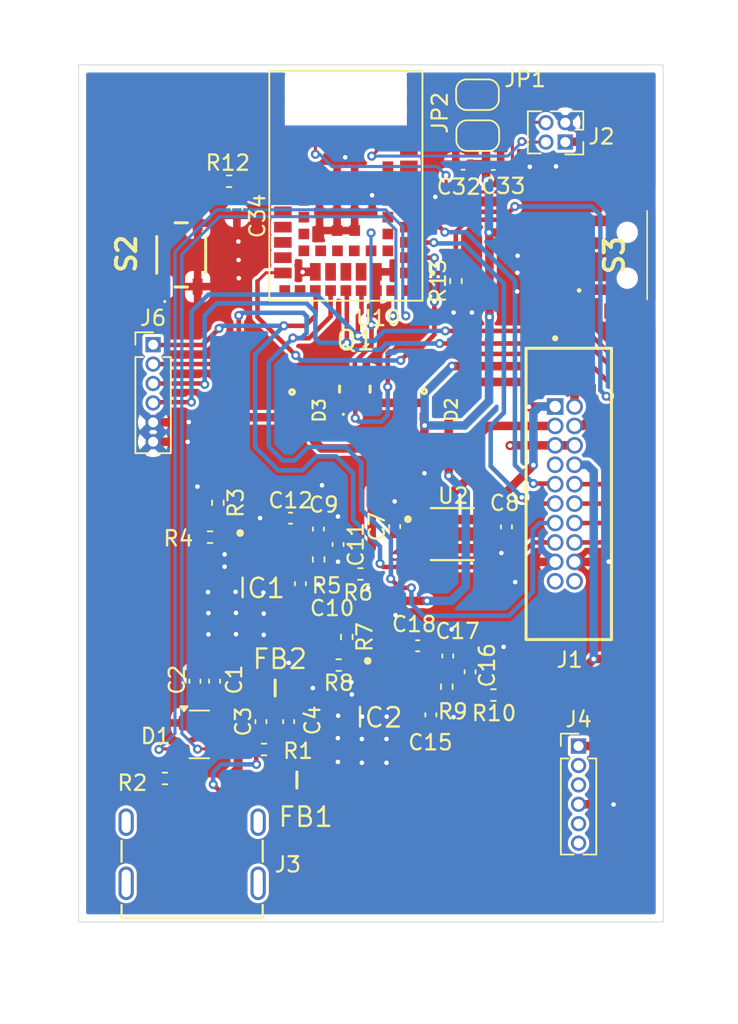
<source format=kicad_pcb>
(kicad_pcb (version 20241229) (generator "pcbnew") (generator_version "9.0")
  (layers (0 "F.Cu" signal) (4 "In1.Cu" signal) (6 "In2.Cu" signal) (2 "B.Cu" signal) (13 "F.Paste" user) (15 "B.Paste" user) (5 "F.SilkS" user "F.Silkscreen") (7 "B.SilkS" user "B.Silkscreen") (1 "F.Mask" user) (3 "B.Mask" user) (25 "Edge.Cuts" user))
  (net 0 "")
  (net 1 "GND")
  (net 2 "Net-(U10-~{RESET})")
  (net 3 "3V3_PROG")
  (net 4 "Net-(JP1-A)")
  (net 5 "/VBUS'")
  (net 6 "Net-(R12-Pad2)")
  (net 12 "/VBUS")
  (net 13 "/AVDD_3V3")
  (net 14 "/AVDD_1V8")
  (net 15 "/VDD_1V8")
  (net 16 "/IOVDD")
  (net 17 "/VDD_3V3")
  (net 18 "/D+")
  (net 47 "/D-")
  (net 50 "Net-(J3-GND1)")
  (net 51 "Net-(IC1-FB1)")
  (net 52 "Net-(IC1-FB2)")
  (net 53 "Net-(IC2-FB1)")
  (net 54 "Net-(IC2-FB2)")
  (net 55 "/ADPD_GP1")
  (net 56 "/ADPD_GP0")
  (net 57 "/ADPD_CSB")
  (net 58 "/ADPD_MOSI")
  (net 60 "/EEPROM_SDA")
  (net 62 "/ADPD_MISO")
  (net 63 "/ADPD_CLK")
  (net 64 "/EEPROM_SCL")
  (net 65 "Net-(J3-CC2)")
  (net 68 "Net-(J3-CC1)")
  (net 70 "/SWDCLK")
  (net 71 "/SWDIO")
  (net 72 "/MCU_LED")
  (net 73 "/FLASH_FREEZE_PIN")
  (net 78 "/LED_2")
  (net 81 "Net-(Q1-D2)")
  (net 82 "Net-(Q1-D1)")
  (footprint "Resistor_SMD:R_0402_1005Metric" (layer "F.Cu") (at 117.56644 96.28632 180)
    (property "Reference" "R12")
    (property "Value" "0R(1%)")
  )
  (footprint "Capacitor_SMD:C_0402_1005Metric" (layer "F.Cu") (at 132.88772 95.17126 180)
    (property "Reference" "C32")
    (property "Value" "100n(5%)" (hide yes))
  )
  (footprint "Resistor_SMD:R_0402_1005Metric" (layer "F.Cu") (at 126.15926 121.9708)
    (property "Reference" "R6")
    (property "Value" "330k(1%)")
  )
  (footprint "Package_TO_SOT_SMD:SOT-143" (layer "F.Cu") (at 115.61572 132.46214)
    (property "Reference" "D1")
    (property "Value" "PRTR5V0U2X")
  )
  (footprint "Capacitor_SMD:C_0402_1005Metric" (layer "F.Cu") (at 129.91344 126.66872)
    (property "Reference" "C18")
    (property "Value" "1u(5%)")
  )
  (footprint "wearable:SON40P200X200X80-11N" (layer "F.Cu") (at 128.04296 129.05388)
    (property "Reference" "IC2")
    (property "Value" "TLV75101PDSQR" (hide yes))
  )
  (footprint "wearable:BEADC2112X105N" (layer "F.Cu") (at 120.57982 129.43196)
    (property "Reference" "FB2")
    (property "Value" "PE-0805FB121ST" (hide yes))
  )
  (footprint "Resistor_SMD:R_0402_1005Metric" (layer "F.Cu") (at 113.3676 135.34508 180)
    (property "Reference" "R2")
    (property "Value" "5k1(1%)")
  )
  (footprint "Capacitor_SMD:C_0402_1005Metric" (layer "F.Cu") (at 133.34238 128.36804 -90)
    (property "Reference" "C16")
    (property "Value" "1u(5%)")
  )
  (footprint "wearable:SON40P200X200X80-11N" (layer "F.Cu") (at 119.68988 120.69064)
    (property "Reference" "IC1")
    (property "Value" "TLV75101PDSQR" (hide yes))
  )
  (footprint "Capacitor_SMD:C_0402_1005Metric" (layer "F.Cu") (at 115.33048 128.98752 90)
    (property "Reference" "C2")
    (property "Value" "4.7u(5%)")
  )
  (footprint "Capacitor_SMD:C_0402_1005Metric" (layer "F.Cu") (at 116.61826 128.98752 90)
    (property "Reference" "C1")
    (property "Value" "100n(5%)")
  )
  (footprint "Capacitor_SMD:C_0402_1005Metric" (layer "F.Cu") (at 121.5898 118.31828)
    (property "Reference" "C12")
    (property "Value" "1u(5%)")
  )
  (footprint "Capacitor_SMD:C_0402_1005Metric" (layer "F.Cu") (at 128.405981 118.86946 90)
    (property "Reference" "C7")
    (property "Value" "1u(5%)")
  )
  (footprint "Capacitor_SMD:C_0402_1005Metric" (layer "F.Cu") (at 122.23496 122.6058 -90)
    (property "Reference" "C10")
    (property "Value" "1u(5%)")
  )
  (footprint "wearable:SKRPABE010" (layer "F.Cu") (at 114.43208 101.10216 90)
    (property "Reference" "S2")
    (property "Value" "SKRPABE010" (hide yes))
  )
  (footprint "wearable:BEADC2112X105N" (layer "F.Cu") (at 122.0056 135.44668)
    (property "Reference" "FB1")
    (property "Value" "PE-0805FB121ST" (hide yes))
  )
  (footprint "Capacitor_SMD:C_0402_1005Metric" (layer "F.Cu") (at 134.8639 95.18904)
    (property "Reference" "C33")
    (property "Value" "100n(5%)" (hide yes))
  )
  (footprint "wearable:XCVR_NINA-B306-00B" (layer "F.Cu") (at 125.21108 96.58524 180)
    (property "Reference" "U10")
    (property "Value" "NINA-B306-00B")
  )
  (footprint "Resistor_SMD:R_0402_1005Metric" (layer "F.Cu") (at 124.7394 127.92856 180)
    (property "Reference" "R8")
    (property "Value" "240k(1%)")
  )
  (footprint "Resistor_SMD:R_0402_1005Metric" (layer "F.Cu") (at 125.27026 126.09268 -90)
    (property "Reference" "R7")
    (property "Value" "1.2Meg(1%)")
  )
  (footprint "Resistor_SMD:R_0402_1005Metric" (layer "F.Cu") (at 132.41782 102.81666 90)
    (property "Reference" "R13")
    (property "Value" "500k(1%)")
  )
  (footprint "Connector_PinHeader_1.27mm:PinHeader_2x02_P1.27mm_Vertical" (layer "F.Cu") (at 139.573 93.72346 180)
    (property "Reference" "J2")
    (property "Value" "Conn_02x02_Counter_Clockwise")
  )
  (footprint "wearable:USB_C_Receptacle16P_Molex" (layer "F.Cu") (at 115.1476 141.05246)
    (property "Reference" "J3")
    (property "Value" "USB_C_Receptacle16P")
  )
  (footprint "Jumper:SolderJumper-2_P1.3mm_Open_RoundedPad1.0x1.5mm" (layer "F.Cu") (at 133.8453 93.30182)
    (property "Reference" "JP2")
    (property "Value" "SolderJumper_2_Open")
  )
  (footprint "Capacitor_SMD:C_0402_1005Metric" (layer "F.Cu") (at 135.723721 118.88978 90)
    (property "Reference" "C8")
    (property "Value" "1u(5%)")
  )
  (footprint "Resistor_SMD:R_0402_1005Metric" (layer "F.Cu") (at 116.83492 117.31552 -90)
    (property "Reference" "R3")
    (property "Value" "750k(1%)")
  )
  (footprint "Capacitor_SMD:C_0402_1005Metric" (layer "F.Cu") (at 131.88188 127.3342 -90)
    (property "Reference" "C17")
    (property "Value" "1u(5%)")
  )
  (footprint "wearable:NX138AKSX" (layer "F.Cu") (at 125.79788 109.87702)
    (property "Reference" "Q1")
    (property "Value" "NX138AKSX" (hide yes))
  )
  (footprint "Resistor_SMD:R_0402_1005Metric" (layer "F.Cu") (at 119.85422 133.45024 180)
    (property "Reference" "R1")
    (property "Value" "5k1(1%)")
  )
  (footprint "Resistor_SMD:R_0402_1005Metric" (layer "F.Cu") (at 123.42876 121.02392 -90)
    (property "Reference" "R5")
    (property "Value" "750k(1%)")
  )
  (footprint "Capacitor_SMD:C_0402_1005Metric" (layer "F.Cu") (at 123.41352 119.0371 -90)
    (property "Reference" "C9")
    (property "Value" "1u(5%)")
  )
  (footprint "Resistor_SMD:R_0402_1005Metric" (layer "F.Cu") (at 134.87146 129.88944)
    (property "Reference" "R10")
    (property "Value" "240k(1%)")
  )
  (footprint "Resistor_SMD:R_0402_1005Metric" (layer "F.Cu") (at 131.81838 129.34334 -90)
    (property "Reference" "R9")
    (property "Value" "1.2Meg(1%)")
  )
  (footprint "wearable:DBV0005A-IPC_A" (layer "F.Cu") (at 132.177881 119.36222)
    (property "Reference" "U2")
    (property "Value" "TPS7A2018PDBVR" (hide yes))
  )
  (footprint "Jumper:SolderJumper-2_P1.3mm_Open_RoundedPad1.0x1.5mm" (layer "F.Cu") (at 133.82728 90.62466)
    (property "Reference" "JP1")
    (property "Value" "SolderJumper_2_Open")
  )
  (footprint "wearable:LED_SML-P11UTT86R" (layer "F.Cu") (at 121.6914 111.27232 -90)
    (property "Reference" "D3")
    (property "Value" "SML-P11UTT86R")
  )
  (footprint "Capacitor_SMD:C_0402_1005Metric" (layer "F.Cu") (at 118.07444 98.03384 -90)
    (property "Reference" "C34")
    (property "Value" "3.9p(5%)")
  )
  (footprint "Capacitor_SMD:C_0402_1005Metric" (layer "F.Cu") (at 124.7013 120.04046 -90)
    (property "Reference" "C11")
    (property "Value" "1u(5%)")
  )
  (footprint "Capacitor_SMD:C_0402_1005Metric" (layer "F.Cu") (at 119.65102 131.62658 90)
    (property "Reference" "C3")
    (property "Value" "10n(5%)")
  )
  (footprint "Capacitor_SMD:C_0402_1005Metric" (layer "F.Cu") (at 121.46458 131.62912 90)
    (property "Reference" "C4")
    (property "Value" "100n(5%)")
  )
  (footprint "wearable:LED_SML-P11UTT86R" (layer "F.Cu") (at 130.33756 111.22618 -90)
    (property "Reference" "D2")
    (property "Value" "SML-P11UTT86R")
  )
  (footprint "wearable:PCM12SMTR" (layer "F.Cu") (at 143.63192 101.12502 90)
    (property "Reference" "S3")
    (property "Value" "PCM12SMTR" (hide yes))
  )
  (footprint "wearable:SAMTEC_SHF-110-01-L-D-TH" (layer "F.Cu") (at 139.5476 116.73332 -90)
    (property "Reference" "J1")
    (property "Value" "SHF-110-01-L-D-TH")
  )
  (footprint "Capacitor_SMD:C_0402_1005Metric" (layer "F.Cu") (at 130.77444 131.1823 -90)
    (property "Reference" "C15")
    (property "Value" "1u(5%)")
  )
  (footprint "Connector_PinHeader_1.27mm:PinHeader_1x06_P1.27mm_Vertical" (layer "F.Cu") (at 112.59312 106.97464)
    (property "Reference" "J6")
    (property "Value" "Conn_01x06_Pin")
  )
  (footprint "Resistor_SMD:R_0402_1005Metric" (layer "F.Cu") (at 116.32238 119.56288 180)
    (property "Reference" "R4")
    (property "Value" "330k(1%)")
  )
  (footprint "Connector_PinHeader_1.27mm:PinHeader_1x06_P1.27mm_Vertical" (layer "F.Cu") (at 140.44422 133.223)
    (property "Reference" "J4")
    (property "Value" "Conn_01x06_Pin")
  )
  (gr_rect (start 107.71124 88.67514) (end 145.9865 144.7292) (stroke (width 0.05)) (fill no) (layer "Edge.Cuts"))
  (segment (start 126.93608 97.19606) (end 126.92888 97.20326) (width 0.29718) (layer "F.Cu") (net 1))
  (segment (start 138.9126 121.17832) (end 137.6172 121.17832) (width 0.5588) (layer "F.Cu") (net 1))
  (segment (start 137.6172 121.17832) (end 136.29386 122.50166) (width 0.5588) (layer "F.Cu") (net 1))
  (segment (start 126.66926 121.9708) (end 126.66926 122.87304) (width 0.5588) (layer "F.Cu") (net 1))
  (segment (start 142.39748 121.17832) (end 142.41272 121.16308) (width 0.5588) (layer "F.Cu") (net 1))
  (segment (start 122.38356 102.22484) (end 122.39816 102.21024) (width 0.5588) (layer "F.Cu") (net 1))
  (segment (start 135.723721 119.36978) (end 135.723721 120.265099) (width 0.5588) (layer "F.Cu") (net 1))
  (segment (start 114.8461 113.32464) (end 114.85118 113.32972) (width 0.5588) (layer "F.Cu") (net 1))
  (segment (start 114.90488 112.05464) (end 114.9252 112.03432) (width 0.5588) (layer "F.Cu") (net 1))
  (segment (start 119.60352 118.31828) (end 119.59844 118.3132) (width 0.5588) (layer "F.Cu") (net 1))
  (segment (start 126.66926 122.87304) (end 126.66218 122.88012) (width 0.5588) (layer "F.Cu") (net 1))
  (segment (start 129.33608 97.28524) (end 131.04438 97.28524) (width 0.29718) (layer "F.Cu") (net 1))
  (segment (start 131.04438 97.28524) (end 131.06654 97.3074) (width 0.29718) (layer "F.Cu") (net 1))
  (segment (start 121.1098 118.31828) (end 119.60352 118.31828) (width 0.5588) (layer "F.Cu") (net 1))
  (segment (start 112.59312 113.32464) (end 114.8461 113.32464) (width 0.5588) (layer "F.Cu") (net 1))
  (segment (start 126.93608 96.06024) (end 126.93608 97.19606) (width 0.29718) (layer "F.Cu") (net 1))
  (segment (start 122.39816 102.21024) (end 123.21108 102.21024) (width 0.5588) (layer "F.Cu") (net 1))
  (segment (start 112.59312 112.05464) (end 114.90488 112.05464) (width 0.5588) (layer "F.Cu") (net 1))
  (segment (start 135.723721 120.265099) (end 135.38962 120.5992) (width 0.5588) (layer "F.Cu") (net 1))
  (segment (start 140.1826 121.17832) (end 142.39748 121.17832) (width 0.5588) (layer "F.Cu") (net 1))
  (via blind (at 125.16866 94.72168) (size 0.6) (drill 0.3) (layers "F.Cu" "In1.Cu") (net 1))
  (via blind (at 136.4234 103.49738) (size 0.6) (drill 0.3) (layers "F.Cu" "In1.Cu") (net 1))
  (via blind (at 136.29386 122.50166) (size 0.6) (drill 0.3) (layers "F.Cu" "In1.Cu") (net 1))
  (via blind (at 124.6886 132.70484) (size 0.6) (drill 0.3) (layers "F.Cu" "In1.Cu") (net 1))
  (via blind (at 115.4938 116.25834) (size 0.6) (drill 0.3) (layers "F.Cu" "In1.Cu") (net 1))
  (via blind (at 124.6886 134.25932) (size 0.6) (drill 0.3) (layers "F.Cu" "In1.Cu") (net 1))
  (via blind (at 119.59844 118.3132) (size 0.6) (drill 0.3) (layers "F.Cu" "In1.Cu") (net 1))
  (via blind (at 132.26288 104.87406) (size 0.6) (drill 0.3) (layers "F.Cu" "In1.Cu") (net 1))
  (via blind (at 126.92888 97.20326) (size 0.6) (drill 0.3) (layers "F.Cu" "In1.Cu") (net 1))
  (via blind (at 124.70384 131.23926) (size 0.6) (drill 0.3) (layers "F.Cu" "In1.Cu") (net 1))
  (via blind (at 127.87122 132.76326) (size 0.6) (drill 0.3) (layers "F.Cu" "In1.Cu") (net 1))
  (via blind (at 127.87122 134.31774) (size 0.6) (drill 0.3) (layers "F.Cu" "In1.Cu") (net 1))
  (via blind (at 116.21262 125.92304) (size 0.6) (drill 0.3) (layers "F.Cu" "In1.Cu") (net 1))
  (via blind (at 118.01856 125.9078) (size 0.6) (drill 0.3) (layers "F.Cu" "In1.Cu") (net 1))
  (via blind (at 142.41272 121.16308) (size 0.6) (drill 0.3) (layers "F.Cu" "In1.Cu") (net 1))
  (via blind (at 118.20144 102.62362) (size 0.6) (drill 0.3) (layers "F.Cu" "In1.Cu") (net 1))
  (via blind (at 137.25144 95.34144) (size 0.6) (drill 0.3) (layers "F.Cu" "In1.Cu") (net 1))
  (via blind (at 126.27356 131.29768) (size 0.6) (drill 0.3) (layers "F.Cu" "In1.Cu") (net 1))
  (via blind (at 116.18468 123.15444) (size 0.6) (drill 0.3) (layers "F.Cu" "In1.Cu") (net 1))
  (via blind (at 131.06654 97.3074) (size 0.6) (drill 0.3) (layers "F.Cu" "In1.Cu") (net 1))
  (via blind (at 114.9252 112.03432) (size 0.6) (drill 0.3) (layers "F.Cu" "In1.Cu") (net 1))
  (via blind (at 133.46176 104.87406) (size 0.6) (drill 0.3) (layers "F.Cu" "In1.Cu") (net 1))
  (via blind (at 135.38962 120.5992) (size 0.6) (drill 0.3) (layers "F.Cu" "In1.Cu") (net 1))
  (via blind (at 127.88646 131.29768) (size 0.6) (drill 0.3) (layers "F.Cu" "In1.Cu") (net 1))
  (via blind (at 126.66218 122.88012) (size 0.6) (drill 0.3) (layers "F.Cu" "In1.Cu") (net 1))
  (via blind (at 116.21262 124.53112) (size 0.6) (drill 0.3) (layers "F.Cu" "In1.Cu") (net 1))
  (via blind (at 118.1735 100.22586) (size 0.6) (drill 0.3) (layers "F.Cu" "In1.Cu") (net 1))
  (via blind (at 126.25832 132.76326) (size 0.6) (drill 0.3) (layers "F.Cu" "In1.Cu") (net 1))
  (via blind (at 119.80926 123.18492) (size 0.6) (drill 0.3) (layers "F.Cu" "In1.Cu") (net 1))
  (via blind (at 126.25832 134.31774) (size 0.6) (drill 0.3) (layers "F.Cu" "In1.Cu") (net 1))
  (via blind (at 118.01856 124.51588) (size 0.6) (drill 0.3) (layers "F.Cu" "In1.Cu") (net 1))
  (via blind (at 128.46304 124.66574) (size 0.6) (drill 0.3) (layers "F.Cu" "In1.Cu") (net 1))
  (via blind (at 118.18874 101.43998) (size 0.6) (drill 0.3) (layers "F.Cu" "In1.Cu") (net 1))
  (via blind (at 136.45388 101.16058) (size 0.6) (drill 0.3) (layers "F.Cu" "In1.Cu") (net 1))
  (via blind (at 136.43864 102.27056) (size 0.6) (drill 0.3) (layers "F.Cu" "In1.Cu") (net 1))
  (via blind (at 123.64974 116.16944) (size 0.6) (drill 0.3) (layers "F.Cu" "In1.Cu") (net 1))
  (via blind (at 135.53948 126.73838) (size 0.6) (drill 0.3) (layers "F.Cu" "In1.Cu") (net 1))
  (via blind (at 138.96848 95.3135) (size 0.6) (drill 0.3) (layers "F.Cu" "In1.Cu") (net 1))
  (via blind (at 122.38356 102.22484) (size 0.6) (drill 0.3) (layers "F.Cu" "In1.Cu") (net 1))
  (via blind (at 114.85118 113.32972) (size 0.6) (drill 0.3) (layers "F.Cu" "In1.Cu") (net 1))
  (via blind (at 119.8372 125.95352) (size 0.6) (drill 0.3) (layers "F.Cu" "In1.Cu") (net 1))
  (via blind (at 119.8372 124.5616) (size 0.6) (drill 0.3) (layers "F.Cu" "In1.Cu") (net 1))
  (via blind (at 117.99062 123.1392) (size 0.6) (drill 0.3) (layers "F.Cu" "In1.Cu") (net 1))
  (segment (start 118.07444 97.55384) (end 118.07444 96.28832) (width 0.20066) (layer "F.Cu") (net 2))
  (segment (start 118.07644 96.28632) (end 121.085 96.28632) (width 0.20066) (layer "F.Cu") (net 2))
  (segment (start 118.07444 96.28832) (end 118.07644 96.28632) (width 0.20066) (layer "F.Cu") (net 2))
  (segment (start 121.085 96.28632) (end 121.08608 96.28524) (width 0.20066) (layer "F.Cu") (net 2))
  (segment (start 141.51356 90.62466) (end 134.47728 90.62466) (width 0.5588) (layer "F.Cu") (net 3))
  (segment (start 141.94282 91.05392) (end 141.51356 90.62466) (width 0.5588) (layer "F.Cu") (net 3))
  (segment (start 139.59586 93.7006) (end 141.60754 93.7006) (width 0.5588) (layer "F.Cu") (net 3))
  (segment (start 141.60754 93.7006) (end 141.94282 93.36532) (width 0.5588) (layer "F.Cu") (net 3))
  (segment (start 139.573 93.72346) (end 139.59586 93.7006) (width 0.5588) (layer "F.Cu") (net 3))
  (segment (start 139.66698 93.81744) (end 139.573 93.72346) (width 0.5588) (layer "F.Cu") (net 3))
  (segment (start 141.94282 93.36532) (end 141.94282 91.05392) (width 0.5588) (layer "F.Cu") (net 3))
  (segment (start 133.1953 93.30182) (end 133.1953 90.64268) (width 0.5588) (layer "F.Cu") (net 4))
  (segment (start 133.17872 93.28524) (end 133.1953 93.30182) (width 0.5588) (layer "F.Cu") (net 4))
  (segment (start 129.33608 94.28524) (end 129.33608 93.28524) (width 0.5588) (layer "F.Cu") (net 4))
  (segment (start 133.1953 90.64268) (end 133.17728 90.62466) (width 0.5588) (layer "F.Cu") (net 4))
  (segment (start 129.33608 93.28524) (end 133.17872 93.28524) (width 0.5588) (layer "F.Cu") (net 4))
  (segment (start 118.1575 134.68468) (end 117.5476 135.29458) (width 0.58928) (layer "F.Cu") (net 5))
  (segment (start 115.33048 129.46752) (end 116.61826 129.46752) (width 0.5588) (layer "F.Cu") (net 5))
  (segment (start 116.61572 131.51214) (end 117.68244 131.51214) (width 0.58928) (layer "F.Cu") (net 5))
  (segment (start 112.7476 137.62746) (end 112.7476 139.10204) (width 0.58928) (layer "F.Cu") (net 5))
  (segment (start 119.65102 131.14658) (end 119.65102 129.46076) (width 0.5588) (layer "F.Cu") (net 5))
  (segment (start 116.61826 131.5096) (end 116.61826 129.46752) (width 0.58928) (layer "F.Cu") (net 5))
  (segment (start 113.43056 139.785) (end 116.75034 139.785) (width 0.58928) (layer "F.Cu") (net 5))
  (segment (start 118.1575 131.9872) (end 118.1575 134.68468) (width 0.58928) (layer "F.Cu") (net 5))
  (segment (start 117.68244 131.51214) (end 118.1575 131.9872) (width 0.58928) (layer "F.Cu") (net 5))
  (segment (start 117.5476 135.29458) (end 117.5476 137.62746) (width 0.58928) (layer "F.Cu") (net 5))
  (segment (start 116.75034 139.785) (end 117.5476 138.98774) (width 0.58928) (layer "F.Cu") (net 5))
  (segment (start 119.65102 129.46076) (end 119.67982 129.43196) (width 0.5588) (layer "F.Cu") (net 5))
  (segment (start 119.64426 129.46752) (end 119.67982 129.43196) (width 0.5588) (layer "F.Cu") (net 5))
  (segment (start 116.61572 131.51214) (end 116.61826 131.5096) (width 0.58928) (layer "F.Cu") (net 5))
  (segment (start 112.7476 139.10204) (end 113.43056 139.785) (width 0.58928) (layer "F.Cu") (net 5))
  (segment (start 116.61826 129.46752) (end 119.64426 129.46752) (width 0.5588) (layer "F.Cu") (net 5))
  (segment (start 117.5476 138.98774) (end 117.5476 137.62746) (width 0.58928) (layer "F.Cu") (net 5))
  (segment (start 113.94186 96.28632) (end 117.05644 96.28632) (width 0.29718) (layer "F.Cu") (net 6))
  (segment (start 113.35708 103.17716) (end 113.35708 99.02716) (width 0.29718) (layer "F.Cu") (net 6))
  (segment (start 113.9317 96.27616) (end 113.94186 96.28632) (width 0.29718) (layer "F.Cu") (net 6))
  (segment (start 113.35708 96.85078) (end 113.9317 96.27616) (width 0.29718) (layer "F.Cu") (net 6))
  (segment (start 113.35708 99.02716) (end 113.35708 96.85078) (width 0.29718) (layer "F.Cu") (net 6))
  (segment (start 131.027398 118.412219) (end 128.42874 118.412219) (width 0.5588) (layer "F.Cu") (net 12))
  (segment (start 128.42874 118.412219) (end 128.405981 118.38946) (width 0.5588) (layer "F.Cu") (net 12))
  (segment (start 130.4925 129.85388) (end 130.7592 130.12058) (width 0.20066) (layer "F.Cu") (net 12))
  (segment (start 130.7592 130.12058) (end 130.7592 130.68706) (width 0.20066) (layer "F.Cu") (net 12))
  (segment (start 123.41352 119.5171) (end 122.64838 119.5171) (width 0.29718) (layer "F.Cu") (net 12))
  (segment (start 122.23496 121.68124) (end 122.23496 122.1258) (width 0.20066) (layer "F.Cu") (net 12))
  (segment (start 124.69368 118.491) (end 124.69368 118.2116) (width 0.29718) (layer "F.Cu") (net 12))
  (segment (start 130.7592 130.68706) (end 130.77444 130.7023) (width 0.20066) (layer "F.Cu") (net 12))
  (segment (start 130.486 128.65388) (end 131.01066 128.12922) (width 0.20066) (layer "F.Cu") (net 12))
  (segment (start 126.99296 129.05388) (end 125.57516 129.05388) (width 0.20066) (layer "F.Cu") (net 12))
  (segment (start 122.04436 121.49064) (end 122.23496 121.68124) (width 0.20066) (layer "F.Cu") (net 12))
  (segment (start 131.027398 120.312221) (end 128.9241 120.312221) (width 0.5588) (layer "F.Cu") (net 12))
  (segment (start 131.63302 130.7023) (end 132.26288 131.33216) (width 0.20066) (layer "F.Cu") (net 12))
  (segment (start 121.46458 129.4472) (end 121.47982 129.43196) (width 0.5588) (layer "F.Cu") (net 12))
  (segment (start 117.2719 121.49064) (end 117.2718 121.49074) (width 0.20066) (layer "F.Cu") (net 12))
  (segment (start 130.77444 130.7023) (end 131.63302 130.7023) (width 0.20066) (layer "F.Cu") (net 12))
  (segment (start 121.47982 127.78858) (end 121.46966 127.77842) (width 0.5588) (layer "F.Cu") (net 12))
  (segment (start 123.41352 119.5171) (end 123.66758 119.5171) (width 0.29718) (layer "F.Cu") (net 12))
  (segment (start 131.01066 128.12922) (end 131.30276 127.83712) (width 0.29718) (layer "F.Cu") (net 12))
  (segment (start 129.09296 128.65388) (end 130.486 128.65388) (width 0.20066) (layer "F.Cu") (net 12))
  (segment (start 128.405981 118.38946) (end 128.405981 117.22354) (width 0.5588) (layer "F.Cu") (net 12))
  (segment (start 126.99296 129.85388) (end 125.60554 129.85388) (width 0.20066) (layer "F.Cu") (net 12))
  (segment (start 138.9126 113.55832) (end 135.96874 113.55832) (width 0.5588) (layer "F.Cu") (net 12))
  (segment (start 120.73988 121.49064) (end 122.04436 121.49064) (width 0.20066) (layer "F.Cu") (net 12))
  (segment (start 131.30276 127.83712) (end 131.85896 127.83712) (width 0.29718) (layer "F.Cu") (net 12))
  (segment (start 128.9241 120.312221) (end 128.421221 120.8151) (width 0.5588) (layer "F.Cu") (net 12))
  (segment (start 140.44422 137.033) (end 142.72006 137.033) (width 0.5588) (layer "F.Cu") (net 12))
  (segment (start 121.47982 129.43196) (end 121.481 129.43078) (width 0.5588) (layer "F.Cu") (net 12))
  (segment (start 135.96874 113.55832) (end 135.95604 113.57102) (width 0.5588) (layer "F.Cu") (net 12))
  (segment (start 123.66758 119.5171) (end 124.34824 118.83644) (width 0.29718) (layer "F.Cu") (net 12))
  (segment (start 121.46458 131.14912) (end 121.46458 129.4472) (width 0.5588) (layer "F.Cu") (net 12))
  (segment (start 124.34824 118.83644) (end 124.69368 118.491) (width 0.29718) (layer "F.Cu") (net 12))
  (segment (start 125.60554 129.85388) (end 125.603 129.85134) (width 0.20066) (layer "F.Cu") (net 12))
  (segment (start 125.57516 129.05388) (end 125.57506 129.05378) (width 0.20066) (layer "F.Cu") (net 12))
  (segment (start 122.89796 122.1258) (end 123.42622 122.65406) (width 0.20066) (layer "F.Cu") (net 12))
  (segment (start 122.23496 122.1258) (end 122.89796 122.1258) (width 0.20066) (layer "F.Cu") (net 12))
  (segment (start 121.47982 129.43196) (end 121.47982 127.78858) (width 0.5588) (layer "F.Cu") (net 12))
  (segment (start 129.09296 129.85388) (end 130.4925 129.85388) (width 0.20066) (layer "F.Cu") (net 12))
  (segment (start 118.63988 120.69064) (end 117.2718 120.69064) (width 0.20066) (layer "F.Cu") (net 12))
  (segment (start 120.73988 120.29064) (end 121.92376 120.29064) (width 0.20066) (layer "F.Cu") (net 12))
  (segment (start 118.63988 121.49064) (end 117.2719 121.49064) (width 0.20066) (layer "F.Cu") (net 12))
  (segment (start 142.72006 137.033) (end 142.73276 137.0457) (width 0.5588) (layer "F.Cu") (net 12))
  (segment (start 121.481 129.43078) (end 123.0503 129.43078) (width 0.5588) (layer "F.Cu") (net 12))
  (segment (start 122.64838 119.5171) (end 121.92376 120.24172) (width 0.29718) (layer "F.Cu") (net 12))
  (segment (start 131.85896 127.83712) (end 131.88188 127.8142) (width 0.29718) (layer "F.Cu") (net 12))
  (segment (start 138.9126 113.55832) (end 140.1826 113.55832) (width 0.5588) (layer "F.Cu") (net 12))
  (via blind (at 125.57506 129.05378) (size 0.6) (drill 0.3) (layers "F.Cu" "In2.Cu") (net 12))
  (via blind (at 121.46966 127.77842) (size 0.6) (drill 0.3) (layers "F.Cu" "In2.Cu") (net 12))
  (via blind (at 142.73276 137.0457) (size 0.6) (drill 0.3) (layers "F.Cu" "In2.Cu") (net 12))
  (via blind (at 128.405981 117.22354) (size 0.6) (drill 0.3) (layers "F.Cu" "In2.Cu") (net 12))
  (via blind (at 123.0503 129.43078) (size 0.6) (drill 0.3) (layers "F.Cu" "In2.Cu") (net 12))
  (via blind (at 128.421221 120.8151) (size 0.6) (drill 0.3) (layers "F.Cu" "In2.Cu") (net 12))
  (via blind (at 117.2718 121.49074) (size 0.6) (drill 0.3) (layers "F.Cu" "In2.Cu") (net 12))
  (via blind (at 124.69368 118.2116) (size 0.6) (drill 0.3) (layers "F.Cu" "In2.Cu") (net 12))
  (via blind (at 135.95604 113.57102) (size 0.6) (drill 0.3) (layers "F.Cu" "In2.Cu") (net 12))
  (via blind (at 132.26288 131.33216) (size 0.6) (drill 0.3) (layers "F.Cu" "In2.Cu") (net 12))
  (via blind (at 123.42622 122.65406) (size 0.6) (drill 0.3) (layers "F.Cu" "In2.Cu") (net 12))
  (via blind (at 125.603 129.85134) (size 0.6) (drill 0.3) (layers "F.Cu" "In2.Cu") (net 12))
  (via blind (at 117.2718 120.69064) (size 0.6) (drill 0.3) (layers "F.Cu" "In2.Cu") (net 12))
  (segment (start 130.39344 127.68466) (end 130.39852 127.68974) (width 0.29718) (layer "F.Cu") (net 13))
  (segment (start 140.1826 110.00232) (end 140.1826 111.01832) (width 0.5588) (layer "F.Cu") (net 13))
  (segment (start 125.27026 124.54128) (end 125.95606 123.85548) (width 0.5588) (layer "F.Cu") (net 13))
  (segment (start 130.39344 126.0983) (end 130.41122 126.0983) (width 0.29718) (layer "F.Cu") (net 13))
  (segment (start 125.27026 125.58268) (end 130.13036 125.58268) (width 0.5588) (layer "F.Cu") (net 13))
  (segment (start 129.8288 128.25388) (end 129.82946 128.25322) (width 0.20066) (layer "F.Cu") (net 13))
  (segment (start 131.94284 115.54714) (end 131.94284 110.7694) (width 0.5588) (layer "F.Cu") (net 13))
  (segment (start 130.39344 125.84576) (end 130.39344 126.66872) (width 0.5588) (layer "F.Cu") (net 13))
  (segment (start 130.13036 125.58268) (end 132.12064 125.58268) (width 0.5588) (layer "F.Cu") (net 13))
  (segment (start 129.09296 128.25388) (end 129.8288 128.25388) (width 0.20066) (layer "F.Cu") (net 13))
  (segment (start 129.82946 128.2588) (end 130.39852 127.68974) (width 0.20066) (layer "F.Cu") (net 13))
  (segment (start 125.95606 123.85548) (end 126.08306 123.72848) (width 0.5588) (layer "F.Cu") (net 13))
  (segment (start 130.41122 126.0983) (end 130.91414 125.59538) (width 0.29718) (layer "F.Cu") (net 13))
  (segment (start 130.13036 125.58268) (end 130.39344 125.84576) (width 0.5588) (layer "F.Cu") (net 13))
  (segment (start 130.91414 125.59538) (end 132.13334 125.59538) (width 0.29718) (layer "F.Cu") (net 13))
  (segment (start 133.2992 109.41304) (end 139.59332 109.41304) (width 0.5588) (layer "F.Cu") (net 13))
  (segment (start 126.08306 123.72848) (end 130.52044 123.72848) (width 0.5588) (layer "F.Cu") (net 13))
  (segment (start 125.27026 125.58268) (end 125.27026 124.54128) (width 0.5588) (layer "F.Cu") (net 13))
  (segment (start 130.39344 126.66872) (end 130.39344 126.0983) (width 0.29718) (layer "F.Cu") (net 13))
  (segment (start 132.12064 125.58268) (end 132.13334 125.59538) (width 0.5588) (layer "F.Cu") (net 13))
  (segment (start 139.59332 109.41304) (end 140.1826 110.00232) (width 0.5588) (layer "F.Cu") (net 13))
  (segment (start 130.39344 126.66872) (end 130.39344 127.68466) (width 0.29718) (layer "F.Cu") (net 13))
  (segment (start 131.94284 110.7694) (end 133.2992 109.41304) (width 0.5588) (layer "F.Cu") (net 13))
  (via (at 130.52044 123.72848) (size 0.6) (drill 0.3) (layers "F.Cu" "B.Cu") (net 13))
  (via (at 131.94284 115.54714) (size 0.6) (drill 0.3) (layers "F.Cu" "B.Cu") (net 13))
  (via blind (at 132.13334 125.59538) (size 0.6) (drill 0.3) (layers "F.Cu" "In2.Cu") (net 13))
  (segment (start 130.52044 123.72848) (end 132.12064 123.72848) (width 0.5588) (layer "B.Cu") (net 13))
  (segment (start 133.06044 122.78868) (end 133.06044 116.66474) (width 0.5588) (layer "B.Cu") (net 13))
  (segment (start 132.12064 123.72848) (end 133.06044 122.78868) (width 0.5588) (layer "B.Cu") (net 13))
  (segment (start 133.06044 116.66474) (end 131.94284 115.54714) (width 0.5588) (layer "B.Cu") (net 13))
  (segment (start 138.9126 111.01832) (end 137.21842 111.01832) (width 0.5588) (layer "F.Cu") (net 14))
  (segment (start 135.723721 116.612579) (end 137.48766 114.84864) (width 0.5588) (layer "F.Cu") (net 14))
  (segment (start 135.721282 118.412219) (end 135.723721 118.40978) (width 0.5588) (layer "F.Cu") (net 14))
  (segment (start 133.328364 118.412219) (end 135.721282 118.412219) (width 0.5588) (layer "F.Cu") (net 14))
  (segment (start 137.21842 111.01832) (end 137.20064 111.0361) (width 0.5588) (layer "F.Cu") (net 14))
  (segment (start 135.723721 118.40978) (end 135.723721 116.612579) (width 0.5588) (layer "F.Cu") (net 14))
  (via (at 137.48766 114.84864) (size 0.6) (drill 0.3) (layers "F.Cu" "B.Cu") (net 14))
  (via blind (at 137.20064 111.0361) (size 0.6) (drill 0.3) (layers "F.Cu" "In2.Cu") (net 14))
  (segment (start 137.48766 111.4044) (end 137.87374 111.01832) (width 0.5588) (layer "B.Cu") (net 14))
  (segment (start 137.48766 114.84864) (end 137.48766 111.4044) (width 0.5588) (layer "B.Cu") (net 14))
  (segment (start 137.87374 111.01832) (end 138.9126 111.01832) (width 0.5588) (layer "B.Cu") (net 14))
  (segment (start 122.29846 120.69064) (end 122.55754 120.43156) (width 0.20066) (layer "F.Cu") (net 15))
  (segment (start 126.90348 116.54028) (end 126.90348 120.24868) (width 0.5588) (layer "F.Cu") (net 15))
  (segment (start 134.52602 112.28832) (end 133.33984 113.4745) (width 0.5588) (layer "F.Cu") (net 15))
  (segment (start 132.38988 116.54028) (end 129.30632 116.54028) (width 0.5588) (layer "F.Cu") (net 15))
  (segment (start 133.33984 113.4745) (end 133.33984 115.59032) (width 0.5588) (layer "F.Cu") (net 15))
  (segment (start 124.70384 120.523) (end 124.7013 120.52046) (width 0.5588) (layer "F.Cu") (net 15))
  (segment (start 138.9126 112.28832) (end 134.52602 112.28832) (width 0.5588) (layer "F.Cu") (net 15))
  (segment (start 127.5461 115.89766) (end 126.90348 116.54028) (width 0.5588) (layer "F.Cu") (net 15))
  (segment (start 124.7013 120.52046) (end 124.69114 120.53062) (width 0.20066) (layer "F.Cu") (net 15))
  (segment (start 124.69876 120.523) (end 124.69876 121.1707) (width 0.20066) (layer "F.Cu") (net 15))
  (segment (start 123.4353 120.52046) (end 124.7013 120.52046) (width 0.5588) (layer "F.Cu") (net 15))
  (segment (start 123.3464 120.43156) (end 123.42876 120.51392) (width 0.20066) (layer "F.Cu") (net 15))
  (segment (start 133.33984 115.59032) (end 132.38988 116.54028) (width 0.5588) (layer "F.Cu") (net 15))
  (segment (start 126.90348 120.24868) (end 126.62916 120.523) (width 0.5588) (layer "F.Cu") (net 15))
  (segment (start 128.6637 115.89766) (end 127.5461 115.89766) (width 0.5588) (layer "F.Cu") (net 15))
  (segment (start 120.73988 120.69064) (end 122.29846 120.69064) (width 0.20066) (layer "F.Cu") (net 15))
  (segment (start 129.30632 116.54028) (end 128.6637 115.89766) (width 0.5588) (layer "F.Cu") (net 15))
  (segment (start 123.42876 120.51392) (end 123.4353 120.52046) (width 0.20066) (layer "F.Cu") (net 15))
  (segment (start 122.55754 120.43156) (end 123.3464 120.43156) (width 0.20066) (layer "F.Cu") (net 15))
  (segment (start 126.62916 120.523) (end 124.70384 120.523) (width 0.5588) (layer "F.Cu") (net 15))
  (segment (start 124.69476 120.51392) (end 124.7013 120.52046) (width 0.20066) (layer "F.Cu") (net 15))
  (segment (start 124.7013 120.52046) (end 124.69876 120.523) (width 0.20066) (layer "F.Cu") (net 15))
  (via blind (at 124.69876 121.1707) (size 0.6) (drill 0.3) (layers "F.Cu" "In2.Cu") (net 15))
  (segment (start 140.1826 112.28832) (end 140.72108 112.28832) (width 0.5588) (layer "F.Cu") (net 16))
  (segment (start 121.7255 116.80552) (end 122.0698 117.14982) (width 0.5588) (layer "F.Cu") (net 16))
  (segment (start 141.57388 100.22332) (end 141.6711 100.32054) (width 0.5588) (layer "F.Cu") (net 16))
  (segment (start 137.8585 100.22332) (end 141.57388 100.22332) (width 0.5588) (layer "F.Cu") (net 16))
  (segment (start 141.29512 111.71428) (end 141.3002 111.71936) (width 0.5588) (layer "F.Cu") (net 16))
  (segment (start 130.3528 112.27308) (end 130.3655 112.26038) (width 0.5588) (layer "F.Cu") (net 16))
  (segment (start 122.63416 111.72232) (end 123.11126 112.19942) (width 0.5588) (layer "F.Cu") (net 16))
  (segment (start 130.3528 115.38204) (end 130.3528 114.25682) (width 0.5588) (layer "F.Cu") (net 16))
  (segment (start 134.38632 93.4108) (end 134.4953 93.30182) (width 0.5588) (layer "F.Cu") (net 16))
  (segment (start 116.83492 113.13668) (end 118.24928 111.72232) (width 0.5588) (layer "F.Cu") (net 16))
  (segment (start 122.09018 118.33866) (end 122.0698 118.31828) (width 0.29718) (layer "F.Cu") (net 16))
  (segment (start 122.09018 119.32158) (end 122.09018 118.33866) (width 0.29718) (layer "F.Cu") (net 16))
  (segment (start 123.11126 113.25352) (end 123.61672 113.75898) (width 0.5588) (layer "F.Cu") (net 16))
  (segment (start 134.60984 99.67468) (end 134.57682 99.64166) (width 0.5588) (layer "F.Cu") (net 16))
  (segment (start 116.83492 116.80552) (end 116.83492 113.13668) (width 0.5588) (layer "F.Cu") (net 16))
  (segment (start 121.18848 111.72232) (end 121.6914 111.72232) (width 0.5588) (layer "F.Cu") (net 16))
  (segment (start 130.33756 111.67618) (end 130.33756 112.23244) (width 0.5588) (layer "F.Cu") (net 16))
  (segment (start 121.18848 111.72232) (end 122.63416 111.72232) (width 0.5588) (layer "F.Cu") (net 16))
  (segment (start 130.33756 112.23244) (end 130.3655 112.26038) (width 0.5588) (layer "F.Cu") (net 16))
  (segment (start 130.3528 114.25682) (end 130.3528 113.28908) (width 0.5588) (layer "F.Cu") (net 16))
  (segment (start 140.72108 112.28832) (end 141.29512 111.71428) (width 0.5588) (layer "F.Cu") (net 16))
  (segment (start 120.73988 119.89064) (end 121.52112 119.89064) (width 0.20066) (layer "F.Cu") (net 16))
  (segment (start 141.29512 109.66704) (end 141.29512 111.71428) (width 0.5588) (layer "F.Cu") (net 16))
  (segment (start 134.38632 95.13824) (end 134.38632 93.4108) (width 0.5588) (layer "F.Cu") (net 16))
  (segment (start 134.57682 99.64166) (end 137.27684 99.64166) (width 0.5588) (layer "F.Cu") (net 16))
  (segment (start 140.00734 108.37926) (end 141.29512 109.66704) (width 0.5588) (layer "F.Cu") (net 16))
  (segment (start 133.36772 95.17126) (end 134.36612 95.17126) (width 0.5588) (layer "F.Cu") (net 16))
  (segment (start 116.83492 116.80552) (end 121.7255 116.80552) (width 0.5588) (layer "F.Cu") (net 16))
  (segment (start 129.8829 113.75898) (end 129.8829 113.78692) (width 0.5588) (layer "F.Cu") (net 16))
  (segment (start 129.8829 113.75898) (end 130.3528 113.28908) (width 0.5588) (layer "F.Cu") (net 16))
  (segment (start 121.52112 119.89064) (end 122.09018 119.32158) (width 0.20066) (layer "F.Cu") (net 16))
  (segment (start 132.14858 108.37926) (end 140.00734 108.37926) (width 0.5588) (layer "F.Cu") (net 16))
  (segment (start 134.36612 95.17126) (end 134.3839 95.18904) (width 0.5588) (layer "F.Cu") (net 16))
  (segment (start 123.61672 113.75898) (end 129.8829 113.75898) (width 0.5588) (layer "F.Cu") (net 16))
  (segment (start 130.3528 113.28908) (end 130.3528 112.27308) (width 0.5588) (layer "F.Cu") (net 16))
  (segment (start 123.11126 112.19942) (end 123.11126 113.25352) (width 0.5588) (layer "F.Cu") (net 16))
  (segment (start 134.3914 95.19654) (end 134.3839 95.18904) (width 0.5588) (layer "F.Cu") (net 16))
  (segment (start 118.24928 111.72232) (end 121.18848 111.72232) (width 0.5588) (layer "F.Cu") (net 16))
  (segment (start 137.27684 99.64166) (end 137.8585 100.22332) (width 0.5588) (layer "F.Cu") (net 16))
  (segment (start 134.60984 105.16362) (end 134.60984 99.67468) (width 0.5588) (layer "F.Cu") (net 16))
  (segment (start 134.3914 96.19996) (end 134.3914 95.19654) (width 0.5588) (layer "F.Cu") (net 16))
  (segment (start 129.8829 113.78692) (end 130.3528 114.25682) (width 0.5588) (layer "F.Cu") (net 16))
  (segment (start 122.0698 117.14982) (end 122.0698 118.31828) (width 0.5588) (layer "F.Cu") (net 16))
  (via (at 132.14858 108.37926) (size 0.6) (drill 0.3) (layers "F.Cu" "B.Cu") (net 16))
  (via (at 130.3655 112.26038) (size 0.6) (drill 0.3) (layers "F.Cu" "B.Cu") (net 16))
  (via blind (at 130.3528 115.38204) (size 0.6) (drill 0.3) (layers "F.Cu" "In2.Cu") (net 16))
  (via (at 134.57682 99.64166) (size 0.6) (drill 0.3) (layers "F.Cu" "B.Cu") (net 16))
  (via (at 134.3914 96.19996) (size 0.6) (drill 0.3) (layers "F.Cu" "B.Cu") (net 16))
  (via (at 134.60984 105.16362) (size 0.6) (drill 0.3) (layers "F.Cu" "B.Cu") (net 16))
  (segment (start 134.57682 99.64166) (end 134.57682 96.38538) (width 0.5588) (layer "B.Cu") (net 16))
  (segment (start 134.58444 106.62158) (end 134.58444 110.66018) (width 0.5588) (layer "B.Cu") (net 16))
  (segment (start 130.3655 110.16234) (end 132.14858 108.37926) (width 0.5588) (layer "B.Cu") (net 16))
  (segment (start 134.57682 96.38538) (end 134.3914 96.19996) (width 0.5588) (layer "B.Cu") (net 16))
  (segment (start 132.98424 112.26038) (end 130.3655 112.26038) (width 0.5588) (layer "B.Cu") (net 16))
  (segment (start 134.60984 105.16362) (end 134.60984 106.59618) (width 0.5588) (layer "B.Cu") (net 16))
  (segment (start 134.60984 106.59618) (end 134.58444 106.62158) (width 0.5588) (layer "B.Cu") (net 16))
  (segment (start 134.58444 110.66018) (end 132.98424 112.26038) (width 0.5588) (layer "B.Cu") (net 16))
  (segment (start 130.3655 112.26038) (end 130.3655 110.16234) (width 0.5588) (layer "B.Cu") (net 16))
  (segment (start 142.55496 133.223) (end 140.44422 133.223) (width 0.5588) (layer "F.Cu") (net 17))
  (segment (start 143.3576 128.4478) (end 143.3576 132.43052) (width 0.5588) (layer "F.Cu") (net 17))
  (segment (start 143.3576 132.43052) (end 142.56004 133.22808) (width 0.5588) (layer "F.Cu") (net 17))
  (segment (start 142.43812 127.52832) (end 143.3576 128.4478) (width 0.5588) (layer "F.Cu") (net 17))
  (segment (start 142.56004 133.22808) (end 142.55496 133.223) (width 0.5588) (layer "F.Cu") (net 17))
  (segment (start 133.32768 128.83334) (end 133.34238 128.84804) (width 0.5588) (layer "F.Cu") (net 17))
  (segment (start 140.11764 128.84804) (end 141.43736 127.52832) (width 0.5588) (layer "F.Cu") (net 17))
  (segment (start 130.69174 129.05102) (end 130.95082 128.79194) (width 0.20066) (layer "F.Cu") (net 17))
  (segment (start 141.43736 127.52832) (end 142.43812 127.52832) (width 0.5588) (layer "F.Cu") (net 17))
  (segment (start 130.95082 128.79194) (end 131.73968 128.79194) (width 0.20066) (layer "F.Cu") (net 17))
  (segment (start 133.34238 128.84804) (end 140.11764 128.84804) (width 0.5588) (layer "F.Cu") (net 17))
  (segment (start 131.81838 128.83334) (end 133.32768 128.83334) (width 0.5588) (layer "F.Cu") (net 17))
  (segment (start 129.13316 129.05102) (end 130.69174 129.05102) (width 0.20066) (layer "F.Cu") (net 17))
  (via (at 141.43736 127.52832) (size 0.6) (drill 0.3) (layers "F.Cu" "B.Cu") (net 17))
  (segment (start 141.43736 115.25504) (end 141.01064 114.82832) (width 0.5588) (layer "B.Cu") (net 17))
  (segment (start 141.01064 114.82832) (end 140.1826 114.82832) (width 0.5588) (layer "B.Cu") (net 17))
  (segment (start 141.43736 127.52832) (end 141.43736 115.25504) (width 0.5588) (layer "B.Cu") (net 17))
  (segment (start 114.8976 138.72728) (end 115.07394 138.90362) (width 0.29718) (layer "F.Cu") (net 18))
  (segment (start 114.8976 137.62746) (end 114.8976 138.72728) (width 0.29718) (layer "F.Cu") (net 18))
  (segment (start 115.69116 138.90362) (end 115.8976 138.69718) (width 0.29718) (layer "F.Cu") (net 18))
  (segment (start 115.8976 138.69718) (end 115.8976 137.62746) (width 0.29718) (layer "F.Cu") (net 18))
  (segment (start 115.07394 138.90362) (end 115.69116 138.90362) (width 0.29718) (layer "F.Cu") (net 18))
  (segment (start 115.51802 133.41214) (end 115.50396 133.4262) (width 0.2) (layer "F.Cu") (net 18))
  (segment (start 116.61572 133.41214) (end 115.51802 133.41214) (width 0.2) (layer "F.Cu") (net 18))
  (segment (start 128.21108 103.43524) (end 128.486079 103.710239) (width 0.2) (layer "F.Cu") (net 18))
  (segment (start 115.8976 137.62746) (end 115.92119 137.60387) (width 0.29718) (layer "F.Cu") (net 18))
  (segment (start 116.61572 133.937141) (end 115.84072 134.712141) (width 0.2) (layer "F.Cu") (net 18))
  (segment (start 115.84072 134.712141) (end 115.84072 137.28056) (width 0.2) (layer "F.Cu") (net 18))
  (segment (start 116.61572 133.41214) (end 116.61572 133.937141) (width 0.2) (layer "F.Cu") (net 18))
  (segment (start 128.486079 103.710239) (end 128.486079 104.892501) (width 0.2) (layer "F.Cu") (net 18))
  (segment (start 128.486079 104.892501) (end 128.28608 105.0925) (width 0.2) (layer "F.Cu") (net 18))
  (via (at 128.28608 105.0925) (size 0.6) (drill 0.3) (layers "F.Cu" "B.Cu") (net 18))
  (via (at 115.50396 133.4262) (size 0.6) (drill 0.3) (layers "F.Cu" "B.Cu") (net 18))
  (segment (start 128.486079 99.459657) (end 127.628162 98.60174) (width 0.2) (layer "B.Cu") (net 18))
  (segment (start 114.475471 101.074707) (end 114.475471 132.397711) (width 0.2) (layer "B.Cu") (net 18))
  (segment (start 128.486079 104.892501) (end 128.486079 99.459657) (width 0.2) (layer "B.Cu") (net 18))
  (segment (start 127.628162 98.60174) (end 116.948438 98.60174) (width 0.2) (layer "B.Cu") (net 18))
  (segment (start 116.948438 98.60174) (end 114.475471 101.074707) (width 0.2) (layer "B.Cu") (net 18))
  (segment (start 114.475471 132.397711) (end 115.50396 133.4262) (width 0.2) (layer "B.Cu") (net 18))
  (segment (start 128.28608 105.0925) (end 128.486079 104.892501) (width 0.2) (layer "B.Cu") (net 18))
  (segment (start 114.3976 136.64372) (end 114.5761 136.46522) (width 0.29718) (layer "F.Cu") (net 47))
  (segment (start 115.39072 134.712141) (end 115.39072 137.28056) (width 0.2) (layer "F.Cu") (net 47))
  (segment (start 114.5761 136.46522) (end 115.21618 136.46522) (width 0.29718) (layer "F.Cu") (net 47))
  (segment (start 114.3976 137.62746) (end 114.3976 136.64372) (width 0.29718) (layer "F.Cu") (net 47))
  (segment (start 114.61572 133.41214) (end 114.61572 133.937141) (width 0.2) (layer "F.Cu") (net 47))
  (segment (start 114.61572 133.41214) (end 113.01104 133.41214) (width 0.2) (layer "F.Cu") (net 47))
  (segment (start 114.61572 133.937141) (end 115.39072 134.712141) (width 0.2) (layer "F.Cu") (net 47))
  (segment (start 113.01104 133.41214) (end 112.97412 133.44906) (width 0.2) (layer "F.Cu") (net 47))
  (segment (start 128.936081 103.710239) (end 128.936081 104.892501) (width 0.2) (layer "F.Cu") (net 47))
  (segment (start 115.21618 136.46522) (end 115.39906 136.6481) (width 0.29718) (layer "F.Cu") (net 47))
  (segment (start 115.39906 137.62359) (end 115.39519 137.62746) (width 0.29718) (layer "F.Cu") (net 47))
  (segment (start 115.39906 136.6481) (end 115.39906 137.62359) (width 0.29718) (layer "F.Cu") (net 47))
  (segment (start 115.3976 137.62746) (end 115.37401 137.60387) (width 0.29718) (layer "F.Cu") (net 47))
  (segment (start 128.936081 104.892501) (end 129.13608 105.0925) (width 0.2) (layer "F.Cu") (net 47))
  (segment (start 129.21108 103.43524) (end 128.936081 103.710239) (width 0.2) (layer "F.Cu") (net 47))
  (via (at 129.13608 105.0925) (size 0.6) (drill 0.3) (layers "F.Cu" "B.Cu") (net 47))
  (via (at 112.97412 133.44906) (size 0.6) (drill 0.3) (layers "F.Cu" "B.Cu") (net 47))
  (segment (start 129.13608 105.0925) (end 128.936081 104.892501) (width 0.2) (layer "B.Cu") (net 47))
  (segment (start 116.762042 98.15174) (end 114.025469 100.888313) (width 0.2) (layer "B.Cu") (net 47))
  (segment (start 128.936081 104.892501) (end 128.936081 99.273263) (width 0.2) (layer "B.Cu") (net 47))
  (segment (start 114.025469 132.397711) (end 112.97412 133.44906) (width 0.2) (layer "B.Cu") (net 47))
  (segment (start 114.025469 100.888313) (end 114.025469 132.397711) (width 0.2) (layer "B.Cu") (net 47))
  (segment (start 127.814558 98.15174) (end 116.762042 98.15174) (width 0.2) (layer "B.Cu") (net 47))
  (segment (start 128.936081 99.273263) (end 127.814558 98.15174) (width 0.2) (layer "B.Cu") (net 47))
  (segment (start 118.35816 139.8231) (end 118.3476 139.81254) (width 0.58928) (layer "F.Cu") (net 50))
  (segment (start 119.08968 135.42636) (end 121.08528 135.42636) (width 0.58928) (layer "F.Cu") (net 50))
  (segment (start 117.5606 140.62066) (end 118.35816 139.8231) (width 0.58928) (layer "F.Cu") (net 50))
  (segment (start 118.3476 137.62746) (end 118.3476 136.16844) (width 0.58928) (layer "F.Cu") (net 50))
  (segment (start 112.65332 140.62066) (end 117.5606 140.62066) (width 0.58928) (layer "F.Cu") (net 50))
  (segment (start 111.9476 137.62746) (end 111.9476 139.91494) (width 0.58928) (layer "F.Cu") (net 50))
  (segment (start 118.3476 139.81254) (end 118.3476 137.62746) (width 0.58928) (layer "F.Cu") (net 50))
  (segment (start 118.3476 136.16844) (end 119.08968 135.42636) (width 0.58928) (layer "F.Cu") (net 50))
  (segment (start 121.08528 135.42636) (end 121.1056 135.44668) (width 0.58928) (layer "F.Cu") (net 50))
  (segment (start 111.9476 139.91494) (end 112.65332 140.62066) (width 0.58928) (layer "F.Cu") (net 50))
  (segment (start 116.83492 119.56034) (end 116.83238 119.56288) (width 0.29718) (layer "F.Cu") (net 51))
  (segment (start 117.9323 119.89064) (end 117.60454 119.56288) (width 0.20066) (layer "F.Cu") (net 51))
  (segment (start 117.60454 119.56288) (end 116.83238 119.56288) (width 0.20066) (layer "F.Cu") (net 51))
  (segment (start 118.63988 119.89064) (end 117.9323 119.89064) (width 0.20066) (layer "F.Cu") (net 51))
  (segment (start 116.83492 117.82552) (end 116.83492 119.56034) (width 0.29718) (layer "F.Cu") (net 51))
  (segment (start 122.3073 121.09064) (end 122.75058 121.53392) (width 0.20066) (layer "F.Cu") (net 52))
  (segment (start 123.42876 121.53392) (end 124.10948 121.53392) (width 0.29718) (layer "F.Cu") (net 52))
  (segment (start 125.59846 121.92) (end 125.64926 121.9708) (width 0.20066) (layer "F.Cu") (net 52))
  (segment (start 122.75058 121.53392) (end 123.42876 121.53392) (width 0.20066) (layer "F.Cu") (net 52))
  (segment (start 125.64926 122.91006) (end 125.64926 121.9708) (width 0.29718) (layer "F.Cu") (net 52))
  (segment (start 125.3236 123.23572) (end 125.64926 122.91006) (width 0.29718) (layer "F.Cu") (net 52))
  (segment (start 124.6124 123.23572) (end 125.3236 123.23572) (width 0.29718) (layer "F.Cu") (net 52))
  (segment (start 124.36348 121.78792) (end 124.36348 122.9868) (width 0.29718) (layer "F.Cu") (net 52))
  (segment (start 124.10948 121.53392) (end 124.36348 121.78792) (width 0.29718) (layer "F.Cu") (net 52))
  (segment (start 120.73988 121.09064) (end 122.3073 121.09064) (width 0.20066) (layer "F.Cu") (net 52))
  (segment (start 124.36348 122.9868) (end 124.6124 123.23572) (width 0.29718) (layer "F.Cu") (net 52))
  (segment (start 126.3779 128.25388) (end 126.111 127.98698) (width 0.20066) (layer "F.Cu") (net 53))
  (segment (start 126.111 127.98698) (end 125.30782 127.98698) (width 0.29718) (layer "F.Cu") (net 53))
  (segment (start 125.30782 127.98698) (end 125.2494 127.92856) (width 0.29718) (layer "F.Cu") (net 53))
  (segment (start 125.2494 127.92856) (end 125.27026 127.9077) (width 0.29718) (layer "F.Cu") (net 53))
  (segment (start 125.27026 127.9077) (end 125.27026 126.60268) (width 0.29718) (layer "F.Cu") (net 53))
  (segment (start 125.28296 127.895) (end 125.2494 127.92856) (width 0.29718) (layer "F.Cu") (net 53))
  (segment (start 126.99296 128.25388) (end 126.3779 128.25388) (width 0.20066) (layer "F.Cu") (net 53))
  (segment (start 130.70058 129.45102) (end 131.14386 129.8943) (width 0.20066) (layer "F.Cu") (net 54))
  (segment (start 129.13316 129.45102) (end 130.70058 129.45102) (width 0.20066) (layer "F.Cu") (net 54))
  (segment (start 131.85448 129.88944) (end 131.81838 129.85334) (width 0.29718) (layer "F.Cu") (net 54))
  (segment (start 134.36146 129.88944) (end 131.85448 129.88944) (width 0.29718) (layer "F.Cu") (net 54))
  (segment (start 131.14386 129.8943) (end 131.82204 129.8943) (width 0.20066) (layer "F.Cu") (net 54))
  (segment (start 142.2781 117.36832) (end 142.30604 117.34038) (width 0.29718) (layer "F.Cu") (net 55))
  (segment (start 133.42112 107.57916) (end 129.2225 107.57916) (width 0.29718) (layer "F.Cu") (net 55))
  (segment (start 143.41602 116.2304) (end 143.41602 110.44174) (width 0.29718) (layer "F.Cu") (net 55))
  (segment (start 140.1826 117.36832) (end 142.2781 117.36832) (width 0.29718) (layer "F.Cu") (net 55))
  (segment (start 119.42572 102.8319) (end 119.9896 102.26802) (width 0.20066) (layer "F.Cu") (net 55))
  (segment (start 140.55344 107.57916) (end 133.42112 107.57916) (width 0.29718) (layer "F.Cu") (net 55))
  (segment (start 121.92762 107.67314) (end 119.42572 105.17124) (width 0.29718) (layer "F.Cu") (net 55))
  (segment (start 129.2225 107.57916) (end 128.79832 108.00334) (width 0.29718) (layer "F.Cu") (net 55))
  (segment (start 142.30604 117.34038) (end 143.41602 116.2304) (width 0.29718) (layer "F.Cu") (net 55))
  (segment (start 121.06886 102.26802) (end 121.08608 102.28524) (width 0.20066) (layer "F.Cu") (net 55))
  (segment (start 119.9896 102.26802) (end 121.06886 102.26802) (width 0.20066) (layer "F.Cu") (net 55))
  (segment (start 119.42572 105.17124) (end 119.42572 102.8319) (width 0.29718) (layer "F.Cu") (net 55))
  (segment (start 143.41602 110.44174) (end 140.55344 107.57916) (width 0.29718) (layer "F.Cu") (net 55))
  (via (at 128.79832 108.00334) (size 0.6) (drill 0.3) (layers "F.Cu" "B.Cu") (net 55))
  (via (at 121.92762 107.67314) (size 0.6) (drill 0.3) (layers "F.Cu" "B.Cu") (net 55))
  (segment (start 121.92762 107.67314) (end 122.25782 108.00334) (width 0.29718) (layer "B.Cu") (net 55))
  (segment (start 122.25782 108.00334) (end 128.79832 108.00334) (width 0.29718) (layer "B.Cu") (net 55))
  (segment (start 129.34782 100.29698) (end 129.33608 100.28524) (width 0.29718) (layer "F.Cu") (net 56))
  (segment (start 130.96748 100.29698) (end 129.34782 100.29698) (width 0.29718) (layer "F.Cu") (net 56))
  (segment (start 138.9126 117.36832) (end 137.13968 117.36832) (width 0.29718) (layer "F.Cu") (net 56))
  (segment (start 137.13968 117.36832) (end 136.7282 116.95684) (width 0.29718) (layer "F.Cu") (net 56))
  (via (at 136.7282 116.95684) (size 0.6) (drill 0.3) (layers "F.Cu" "B.Cu") (net 56))
  (via (at 130.96748 100.29698) (size 0.6) (drill 0.3) (layers "F.Cu" "B.Cu") (net 56))
  (segment (start 131.02336 100.35286) (end 130.96748 100.29698) (width 0.29718) (layer "B.Cu") (net 56))
  (segment (start 134.69112 112.28832) (end 135.55472 111.42472) (width 0.29718) (layer "B.Cu") (net 56))
  (segment (start 136.7282 116.95684) (end 134.69112 114.91976) (width 0.29718) (layer "B.Cu") (net 56))
  (segment (start 135.55472 103.11638) (end 135.55472 102.98684) (width 0.29718) (layer "B.Cu") (net 56))
  (segment (start 135.55472 111.42472) (end 135.55472 103.11638) (width 0.29718) (layer "B.Cu") (net 56))
  (segment (start 134.69112 114.91976) (end 134.69112 112.28832) (width 0.29718) (layer "B.Cu") (net 56))
  (segment (start 135.55472 102.98684) (end 132.92074 100.35286) (width 0.29718) (layer "B.Cu") (net 56))
  (segment (start 132.92074 100.35286) (end 131.02336 100.35286) (width 0.29718) (layer "B.Cu") (net 56))
  (segment (start 125.2728 103.49696) (end 125.21108 103.43524) (width 0.29718) (layer "F.Cu") (net 57))
  (segment (start 140.1826 118.63832) (end 142.30604 118.63832) (width 0.29718) (layer "F.Cu") (net 57))
  (segment (start 125.2728 106.84764) (end 125.2728 103.49696) (width 0.29718) (layer "F.Cu") (net 57))
  (segment (start 115.91036 109.5121) (end 112.59566 109.5121) (width 0.29718) (layer "F.Cu") (net 57))
  (segment (start 144.03324 109.8931) (end 141.03858 106.89844) (width 0.29718) (layer "F.Cu") (net 57))
  (segment (start 142.30604 118.63832) (end 142.31874 118.62562) (width 0.29718) (layer "F.Cu") (net 57))
  (segment (start 142.31874 118.62562) (end 144.03324 116.91112) (width 0.29718) (layer "F.Cu") (net 57))
  (segment (start 144.03324 116.91112) (end 144.03324 109.8931) (width 0.29718) (layer "F.Cu") (net 57))
  (segment (start 115.96878 109.57052) (end 115.91036 109.5121) (width 0.29718) (layer "F.Cu") (net 57))
  (segment (start 112.59566 109.5121) (end 112.59312 109.51464) (width 0.29718) (layer "F.Cu") (net 57))
  (segment (start 141.03858 106.89844) (end 131.34594 106.89844) (width 0.29718) (layer "F.Cu") (net 57))
  (via (at 131.34594 106.89844) (size 0.6) (drill 0.3) (layers "F.Cu" "B.Cu") (net 57))
  (via (at 115.96878 109.57052) (size 0.6) (drill 0.3) (layers "F.Cu" "B.Cu") (net 57))
  (via (at 125.2728 106.84764) (size 0.6) (drill 0.3) (layers "F.Cu" "B.Cu") (net 57))
  (segment (start 116.76634 104.27208) (end 122.64136 104.27208) (width 0.29718) (layer "B.Cu") (net 57))
  (segment (start 122.64136 104.27208) (end 123.21286 104.84358) (width 0.29718) (layer "B.Cu") (net 57))
  (segment (start 115.96878 105.06964) (end 116.76634 104.27208) (width 0.29718) (layer "B.Cu") (net 57))
  (segment (start 127.8636 106.89844) (end 127.4572 107.30484) (width 0.29718) (layer "B.Cu") (net 57))
  (segment (start 123.21286 106.57078) (end 123.48972 106.84764) (width 0.29718) (layer "B.Cu") (net 57))
  (segment (start 123.21286 104.84358) (end 123.21286 106.57078) (width 0.29718) (layer "B.Cu") (net 57))
  (segment (start 131.34594 106.89844) (end 127.8636 106.89844) (width 0.29718) (layer "B.Cu") (net 57))
  (segment (start 127.4572 107.30484) (end 125.73 107.30484) (width 0.29718) (layer "B.Cu") (net 57))
  (segment (start 123.48972 106.84764) (end 125.2728 106.84764) (width 0.29718) (layer "B.Cu") (net 57))
  (segment (start 125.73 107.30484) (end 125.2728 106.84764) (width 0.29718) (layer "B.Cu") (net 57))
  (segment (start 115.96878 109.57052) (end 115.96878 105.06964) (width 0.29718) (layer "B.Cu") (net 57))
  (segment (start 123.23318 105.06202) (end 123.23318 103.45734) (width 0.29718) (layer "F.Cu") (net 58))
  (segment (start 138.9126 119.90832) (end 137.47242 119.90832) (width 0.29718) (layer "F.Cu") (net 58))
  (segment (start 137.47242 119.90832) (end 135.86714 121.5136) (width 0.29718) (layer "F.Cu") (net 58))
  (segment (start 127.67056 121.5136) (end 127.44958 121.29262) (width 0.29718) (layer "F.Cu") (net 58))
  (segment (start 135.86714 121.5136) (end 127.67056 121.5136) (width 0.29718) (layer "F.Cu") (net 58))
  (segment (start 112.6109 106.99242) (end 112.59312 106.97464) (width 0.29718) (layer "F.Cu") (net 58))
  (segment (start 116.90477 105.91673) (end 115.82908 106.99242) (width 0.29718) (layer "F.Cu") (net 58))
  (segment (start 121.15038 105.7402) (end 122.555 105.7402) (width 0.29718) (layer "F.Cu") (net 58))
  (segment (start 122.555 105.7402) (end 123.23318 105.06202) (width 0.29718) (layer "F.Cu") (net 58))
  (segment (start 115.82908 106.99242) (end 112.6109 106.99242) (width 0.29718) (layer "F.Cu") (net 58))
  (segment (start 123.23318 103.45734) (end 123.21108 103.43524) (width 0.29718) (layer "F.Cu") (net 58))
  (via (at 127.44958 121.29262) (size 0.6) (drill 0.3) (layers "F.Cu" "B.Cu") (net 58))
  (via (at 116.90477 105.91673) (size 0.6) (drill 0.3) (layers "F.Cu" "B.Cu") (net 58))
  (via (at 121.15038 105.7402) (size 0.6) (drill 0.3) (layers "F.Cu" "B.Cu") (net 58))
  (segment (start 119.27332 113.66246) (end 119.27332 107.61726) (width 0.29718) (layer "B.Cu") (net 58))
  (segment (start 125.68682 115.38966) (end 124.5743 114.27714) (width 0.29718) (layer "B.Cu") (net 58))
  (segment (start 119.27332 107.61726) (end 121.15038 105.7402) (width 0.29718) (layer "B.Cu") (net 58))
  (segment (start 127.44958 121.29262) (end 127.44958 120.17756) (width 0.29718) (layer "B.Cu") (net 58))
  (segment (start 122.3645 115.19154) (end 120.8024 115.19154) (width 0.29718) (layer "B.Cu") (net 58))
  (segment (start 127.44958 120.17756) (end 125.68682 118.4148) (width 0.29718) (layer "B.Cu") (net 58))
  (segment (start 124.5743 114.27714) (end 123.2789 114.27714) (width 0.29718) (layer "B.Cu") (net 58))
  (segment (start 117.0813 105.7402) (end 121.15038 105.7402) (width 0.29718) (layer "B.Cu") (net 58))
  (segment (start 125.68682 118.4148) (end 125.68682 115.38966) (width 0.29718) (layer "B.Cu") (net 58))
  (segment (start 123.2789 114.27714) (end 122.3645 115.19154) (width 0.29718) (layer "B.Cu") (net 58))
  (segment (start 120.8024 115.19154) (end 119.27332 113.66246) (width 0.29718) (layer "B.Cu") (net 58))
  (segment (start 116.90477 105.91673) (end 117.0813 105.7402) (width 0.29718) (layer "B.Cu") (net 58))
  (segment (start 137.48512 116.05768) (end 138.87196 116.05768) (width 0.29718) (layer "F.Cu") (net 60))
  (segment (start 138.87196 116.05768) (end 138.9126 116.09832) (width 0.29718) (layer "F.Cu") (net 60))
  (segment (start 129.33608 99.28524) (end 131.35782 99.28524) (width 0.29718) (layer "F.Cu") (net 60))
  (segment (start 131.35782 99.28524) (end 131.69138 99.6188) (width 0.29718) (layer "F.Cu") (net 60))
  (via (at 137.48512 116.05768) (size 0.6) (drill 0.3) (layers "F.Cu" "B.Cu") (net 60))
  (via (at 131.69138 99.6188) (size 0.6) (drill 0.3) (layers "F.Cu" "B.Cu") (net 60))
  (segment (start 136.27608 102.80396) (end 136.27608 114.84864) (width 0.29718) (layer "B.Cu") (net 60))
  (segment (start 133.09092 99.6188) (end 136.27608 102.80396) (width 0.29718) (layer "B.Cu") (net 60))
  (segment (start 136.27608 114.84864) (end 137.48512 116.05768) (width 0.29718) (layer "B.Cu") (net 60))
  (segment (start 131.69138 99.6188) (end 133.09092 99.6188) (width 0.29718) (layer "B.Cu") (net 60))
  (segment (start 140.1826 119.90832) (end 142.2781 119.90832) (width 0.29718) (layer "F.Cu") (net 62))
  (segment (start 115.10264 110.73384) (end 112.64392 110.73384) (width 0.29718) (layer "F.Cu") (net 62))
  (segment (start 125.99924 106.39552) (end 125.99924 105.10774) (width 0.29718) (layer "F.Cu") (net 62))
  (segment (start 125.99924 105.10774) (end 126.23292 104.87406) (width 0.29718) (layer "F.Cu") (net 62))
  (segment (start 126.23292 103.45708) (end 126.21108 103.43524) (width 0.29718) (layer "F.Cu") (net 62))
  (segment (start 144.64792 109.73308) (end 140.98778 106.07294) (width 0.29718) (layer "F.Cu") (net 62))
  (segment (start 140.98778 106.07294) (end 131.7244 106.07294) (width 0.29718) (layer "F.Cu") (net 62))
  (segment (start 142.31874 119.86768) (end 144.64792 117.5385) (width 0.29718) (layer "F.Cu") (net 62))
  (segment (start 112.64392 110.73384) (end 112.59312 110.78464) (width 0.29718) (layer "F.Cu") (net 62))
  (segment (start 126.23292 104.87406) (end 126.23292 103.45708) (width 0.29718) (layer "F.Cu") (net 62))
  (segment (start 144.64792 117.5385) (end 144.64792 109.73308) (width 0.29718) (layer "F.Cu") (net 62))
  (segment (start 142.2781 119.90832) (end 142.31874 119.86768) (width 0.29718) (layer "F.Cu") (net 62))
  (via (at 115.10264 110.73384) (size 0.6) (drill 0.3) (layers "F.Cu" "B.Cu") (net 62))
  (via (at 131.7244 106.07294) (size 0.6) (drill 0.3) (layers "F.Cu" "B.Cu") (net 62))
  (via (at 125.99924 106.39552) (size 0.6) (drill 0.3) (layers "F.Cu" "B.Cu") (net 62))
  (segment (start 123.30176 103.69804) (end 122.5423 103.69804) (width 0.29718) (layer "B.Cu") (net 62))
  (segment (start 115.28806 104.61752) (end 115.10264 104.80294) (width 0.29718) (layer "B.Cu") (net 62))
  (segment (start 116.20754 103.69804) (end 115.28806 104.61752) (width 0.29718) (layer "B.Cu") (net 62))
  (segment (start 126.3396 106.73588) (end 125.99924 106.39552) (width 0.29718) (layer "B.Cu") (net 62))
  (segment (start 125.99924 106.39552) (end 123.30176 103.69804) (width 0.29718) (layer "B.Cu") (net 62))
  (segment (start 127.06604 106.73588) (end 126.3396 106.73588) (width 0.29718) (layer "B.Cu") (net 62))
  (segment (start 127.72898 106.07294) (end 127.06604 106.73588) (width 0.29718) (layer "B.Cu") (net 62))
  (segment (start 122.5423 103.69804) (end 116.20754 103.69804) (width 0.29718) (layer "B.Cu") (net 62))
  (segment (start 115.10264 104.80294) (end 115.10264 110.73384) (width 0.29718) (layer "B.Cu") (net 62))
  (segment (start 131.7244 106.07294) (end 127.72898 106.07294) (width 0.29718) (layer "B.Cu") (net 62))
  (segment (start 128.7399 122.87758) (end 129.5019 122.87758) (width 0.29718) (layer "F.Cu") (net 63))
  (segment (start 116.88572 108.24464) (end 112.59312 108.24464) (width 0.29718) (layer "F.Cu") (net 63))
  (segment (start 128.14554 122.28322) (end 128.7399 122.87758) (width 0.29718) (layer "F.Cu") (net 63))
  (segment (start 118.1989 106.93146) (end 116.88572 108.24464) (width 0.29718) (layer "F.Cu") (net 63))
  (segment (start 124.21108 103.43524) (end 124.21108 105.13568) (width 0.29718) (layer "F.Cu") (net 63))
  (segment (start 118.1989 105.0671) (end 118.1989 106.93146) (width 0.29718) (layer "F.Cu") (net 63))
  (segment (start 121.75998 106.553) (end 121.7422 106.53522) (width 0.29718) (layer "F.Cu") (net 63))
  (segment (start 122.79376 106.553) (end 121.75998 106.553) (width 0.29718) (layer "F.Cu") (net 63))
  (segment (start 124.21108 105.13568) (end 122.79376 106.553) (width 0.29718) (layer "F.Cu") (net 63))
  (via (at 121.7422 106.53522) (size 0.6) (drill 0.3) (layers "F.Cu" "B.Cu") (net 63))
  (via (at 128.14554 122.28322) (size 0.6) (drill 0.3) (layers "F.Cu" "B.Cu") (net 63))
  (via (at 129.5019 122.87758) (size 0.6) (drill 0.3) (layers "F.Cu" "B.Cu") (net 63))
  (via (at 118.1989 105.0671) (size 0.6) (drill 0.3) (layers "F.Cu" "B.Cu") (net 63))
  (segment (start 122.63882 106.20756) (end 122.63882 105.19918) (width 0.29718) (layer "B.Cu") (net 63))
  (segment (start 122.7455 113.66246) (end 125.18644 113.66246) (width 0.29718) (layer "B.Cu") (net 63))
  (segment (start 120.16232 108.1151) (end 120.16232 113.63198) (width 0.29718) (layer "B.Cu") (net 63))
  (segment (start 122.63882 105.19918) (end 122.682 105.156) (width 0.29718) (layer "B.Cu") (net 63))
  (segment (start 135.88492 124.70638) (end 137.44448 123.14682) (width 0.29718) (layer "B.Cu") (net 63))
  (segment (start 120.16232 113.63198) (end 121.0691 114.53876) (width 0.29718) (layer "B.Cu") (net 63))
  (segment (start 137.89152 118.63832) (end 138.9126 118.63832) (width 0.29718) (layer "B.Cu") (net 63))
  (segment (start 121.7422 106.53522) (end 120.16232 108.1151) (width 0.29718) (layer "B.Cu") (net 63))
  (segment (start 120.31472 104.8893) (end 118.3767 104.8893) (width 0.29718) (layer "B.Cu") (net 63))
  (segment (start 137.44448 123.14682) (end 137.44448 119.08536) (width 0.29718) (layer "B.Cu") (net 63))
  (segment (start 121.7422 106.53522) (end 122.31116 106.53522) (width 0.29718) (layer "B.Cu") (net 63))
  (segment (start 128.15824 122.27052) (end 128.14554 122.28322) (width 0.29718) (layer "B.Cu") (net 63))
  (segment (start 129.5019 122.87758) (end 129.5019 123.91136) (width 0.29718) (layer "B.Cu") (net 63))
  (segment (start 121.0691 114.53876) (end 121.8692 114.53876) (width 0.29718) (layer "B.Cu") (net 63))
  (segment (start 122.682 105.156) (end 122.4153 104.8893) (width 0.29718) (layer "B.Cu") (net 63))
  (segment (start 129.5019 123.91136) (end 130.29692 124.70638) (width 0.29718) (layer "B.Cu") (net 63))
  (segment (start 126.21514 117.7417) (end 128.15824 119.6848) (width 0.29718) (layer "B.Cu") (net 63))
  (segment (start 118.3767 104.8893) (end 118.1989 105.0671) (width 0.29718) (layer "B.Cu") (net 63))
  (segment (start 130.29692 124.70638) (end 135.88492 124.70638) (width 0.29718) (layer "B.Cu") (net 63))
  (segment (start 125.18644 113.66246) (end 126.21514 114.69116) (width 0.29718) (layer "B.Cu") (net 63))
  (segment (start 128.15824 119.6848) (end 128.15824 122.27052) (width 0.29718) (layer "B.Cu") (net 63))
  (segment (start 122.4153 104.8893) (end 120.31472 104.8893) (width 0.29718) (layer "B.Cu") (net 63))
  (segment (start 126.21514 114.69116) (end 126.21514 117.7417) (width 0.29718) (layer "B.Cu") (net 63))
  (segment (start 121.8692 114.53876) (end 122.7455 113.66246) (width 0.29718) (layer "B.Cu") (net 63))
  (segment (start 122.31116 106.53522) (end 122.63882 106.20756) (width 0.29718) (layer "B.Cu") (net 63))
  (segment (start 137.44448 119.08536) (end 137.89152 118.63832) (width 0.29718) (layer "B.Cu") (net 63))
  (segment (start 142.33652 110.34522) (end 142.80896 110.81766) (width 0.29718) (layer "F.Cu") (net 64))
  (segment (start 142.80896 111.49838) (end 142.80642 111.50092) (width 0.29718) (layer "F.Cu") (net 64))
  (segment (start 129.33608 98.28524) (end 135.92308 98.28524) (width 0.29718) (layer "F.Cu") (net 64))
  (segment (start 142.80642 115.59794) (end 142.7607 115.59794) (width 0.29718) (layer "F.Cu") (net 64))
  (segment (start 142.26032 116.09832) (end 140.1826 116.09832) (width 0.29718) (layer "F.Cu") (net 64))
  (segment (start 142.7607 115.59794) (end 142.26032 116.09832) (width 0.29718) (layer "F.Cu") (net 64))
  (segment (start 135.92308 98.28524) (end 136.271 97.93732) (width 0.29718) (layer "F.Cu") (net 64))
  (segment (start 142.25524 110.34522) (end 142.33652 110.34522) (width 0.29718) (layer "F.Cu") (net 64))
  (segment (start 142.80642 111.50092) (end 142.80642 115.59794) (width 0.29718) (layer "F.Cu") (net 64))
  (segment (start 142.80896 110.81766) (end 142.80896 111.49838) (width 0.29718) (layer "F.Cu") (net 64))
  (via (at 142.25524 110.34522) (size 0.6) (drill 0.3) (layers "F.Cu" "B.Cu") (net 64))
  (via (at 136.271 97.93732) (size 0.6) (drill 0.3) (layers "F.Cu" "B.Cu") (net 64))
  (segment (start 141.86916 109.95914) (end 141.86916 98.49866) (width 0.29718) (layer "B.Cu") (net 64))
  (segment (start 142.25524 110.34522) (end 141.86916 109.95914) (width 0.29718) (layer "B.Cu") (net 64))
  (segment (start 141.86916 98.49866) (end 141.30782 97.93732) (width 0.29718) (layer "B.Cu") (net 64))
  (segment (start 141.30782 97.93732) (end 136.271 97.93732) (width 0.29718) (layer "B.Cu") (net 64))
  (segment (start 119.35638 134.42306) (end 119.34422 134.4109) (width 0.29718) (layer "F.Cu") (net 65))
  (segment (start 116.8976 136.10702) (end 116.52682 135.73624) (width 0.29718) (layer "F.Cu") (net 65))
  (segment (start 119.34422 134.4109) (end 119.34422 133.45024) (width 0.29718) (layer "F.Cu") (net 65))
  (segment (start 116.8976 137.62746) (end 116.8976 136.10702) (width 0.29718) (layer "F.Cu") (net 65))
  (via (at 119.35638 134.42306) (size 0.6) (drill 0.3) (layers "F.Cu" "B.Cu") (net 65))
  (via (at 116.52682 135.73624) (size 0.6) (drill 0.3) (layers "F.Cu" "B.Cu") (net 65))
  (segment (start 116.52682 135.73624) (end 116.52682 134.95392) (width 0.29718) (layer "B.Cu") (net 65))
  (segment (start 117.05768 134.42306) (end 119.35638 134.42306) (width 0.29718) (layer "B.Cu") (net 65))
  (segment (start 116.52682 134.95392) (end 117.05768 134.42306) (width 0.29718) (layer "B.Cu") (net 65))
  (segment (start 113.8976 135.36508) (end 113.8776 135.34508) (width 0.29718) (layer "F.Cu") (net 68))
  (segment (start 113.8976 137.62746) (end 113.8976 135.36508) (width 0.29718) (layer "F.Cu") (net 68))
  (segment (start 136.76884 93.72346) (end 138.303 93.72346) (width 0.20066) (layer "F.Cu") (net 70))
  (segment (start 127.21108 93.36024) (end 127.21108 94.3328) (width 0.20066) (layer "F.Cu") (net 70))
  (segment (start 127.21108 94.3328) (end 126.90348 94.6404) (width 0.20066) (layer "F.Cu") (net 70))
  (segment (start 136.73328 93.6879) (end 136.76884 93.72346) (width 0.20066) (layer "F.Cu") (net 70))
  (via (at 126.90348 94.6404) (size 0.6) (drill 0.3) (layers "F.Cu" "B.Cu") (net 70))
  (via (at 136.73328 93.6879) (size 0.6) (drill 0.3) (layers "F.Cu" "B.Cu") (net 70))
  (segment (start 135.81634 94.6404) (end 126.90348 94.6404) (width 0.20066) (layer "B.Cu") (net 70))
  (segment (start 136.73328 93.6879) (end 136.73328 93.72346) (width 0.20066) (layer "B.Cu") (net 70))
  (segment (start 136.73328 93.72346) (end 135.81634 94.6404) (width 0.20066) (layer "B.Cu") (net 70))
  (segment (start 136.36244 92.42806) (end 138.2776 92.42806) (width 0.20066) (layer "F.Cu") (net 71))
  (segment (start 123.21108 94.23476) (end 123.21108 93.36024) (width 0.20066) (layer "F.Cu") (net 71))
  (segment (start 123.21794 94.52356) (end 123.21794 94.24162) (width 0.20066) (layer "F.Cu") (net 71))
  (segment (start 131.77266 96.3803) (end 132.37718 96.98482) (width 0.20066) (layer "F.Cu") (net 71))
  (segment (start 123.21794 94.24162) (end 123.21108 94.23476) (width 0.20066) (layer "F.Cu") (net 71))
  (segment (start 136.11352 92.67698) (end 136.36244 92.42806) (width 0.20066) (layer "F.Cu") (net 71))
  (segment (start 138.2776 92.42806) (end 138.303 92.45346) (width 0.20066) (layer "F.Cu") (net 71))
  (segment (start 132.37718 96.98482) (end 135.4328 96.98482) (width 0.20066) (layer "F.Cu") (net 71))
  (segment (start 135.4328 96.98482) (end 136.11352 96.3041) (width 0.20066) (layer "F.Cu") (net 71))
  (segment (start 131.77266 95.90278) (end 131.77266 96.3803) (width 0.20066) (layer "F.Cu") (net 71))
  (segment (start 136.11352 96.3041) (end 136.11352 92.67698) (width 0.20066) (layer "F.Cu") (net 71))
  (segment (start 138.28522 92.47124) (end 138.303 92.45346) (width 0.20066) (layer "F.Cu") (net 71))
  (via (at 123.21794 94.52356) (size 0.6) (drill 0.3) (layers "F.Cu" "B.Cu") (net 71))
  (via (at 131.77266 95.90278) (size 0.6) (drill 0.3) (layers "F.Cu" "B.Cu") (net 71))
  (segment (start 131.191 95.32112) (end 131.77266 95.90278) (width 0.20066) (layer "B.Cu") (net 71))
  (segment (start 124.29744 95.32112) (end 131.191 95.32112) (width 0.20066) (layer "B.Cu") (net 71))
  (segment (start 123.21794 94.52356) (end 123.49988 94.52356) (width 0.20066) (layer "B.Cu") (net 71))
  (segment (start 123.49988 94.52356) (end 124.29744 95.32112) (width 0.20066) (layer "B.Cu") (net 71))
  (segment (start 126.88824 105.68432) (end 126.87808 105.67416) (width 0.29718) (layer "F.Cu") (net 72))
  (segment (start 125.79788 108.97702) (end 125.79788 108.11326) (width 0.29718) (layer "F.Cu") (net 72))
  (segment (start 126.86108 99.66276) (end 126.8603 99.66198) (width 0.20066) (layer "F.Cu") (net 72))
  (segment (start 126.86108 100.83524) (end 126.86108 99.66276) (width 0.20066) (layer "F.Cu") (net 72))
  (segment (start 125.79788 108.11326) (end 126.88824 107.0229) (width 0.29718) (layer "F.Cu") (net 72))
  (segment (start 126.88824 107.0229) (end 126.88824 105.68432) (width 0.29718) (layer "F.Cu") (net 72))
  (via (at 126.87808 105.67416) (size 0.6) (drill 0.3) (layers "F.Cu" "B.Cu") (net 72))
  (via (at 126.8603 99.66198) (size 0.6) (drill 0.3) (layers "F.Cu" "B.Cu") (net 72))
  (segment (start 126.8603 99.66198) (end 126.8603 105.65638) (width 0.20066) (layer "B.Cu") (net 72))
  (segment (start 126.8603 105.65638) (end 126.87808 105.67416) (width 0.20066) (layer "B.Cu") (net 72))
  (segment (start 132.41782 102.30666) (end 132.40512 102.29396) (width 0.29718) (layer "F.Cu") (net 73))
  (segment (start 129.33608 102.28524) (end 132.3964 102.28524) (width 0.29718) (layer "F.Cu") (net 73))
  (segment (start 132.40512 99.60356) (end 133.20688 98.8018) (width 0.29718) (layer "F.Cu") (net 73))
  (segment (start 132.3964 102.28524) (end 132.41782 102.30666) (width 0.29718) (layer "F.Cu") (net 73))
  (segment (start 141.65236 98.8018) (end 141.6711 98.82054) (width 0.29718) (layer "F.Cu") (net 73))
  (segment (start 133.20688 98.8018) (end 141.65236 98.8018) (width 0.29718) (layer "F.Cu") (net 73))
  (segment (start 132.40512 102.29396) (end 132.40512 99.60356) (width 0.29718) (layer "F.Cu") (net 73))
  (segment (start 125.82652 111.78032) (end 125.82652 110.80566) (width 0.29718) (layer "F.Cu") (net 78))
  (segment (start 127.94996 107.72902) (end 127.94996 109.73562) (width 0.29718) (layer "F.Cu") (net 78))
  (segment (start 125.82652 110.80566) (end 125.79788 110.77702) (width 0.29718) (layer "F.Cu") (net 78))
  (segment (start 130.23088 107.09402) (end 128.58496 107.09402) (width 0.29718) (layer "F.Cu") (net 78))
  (segment (start 129.33608 101.28524) (end 130.99308 101.28524) (width 0.29718) (layer "F.Cu") (net 78))
  (segment (start 130.99308 101.28524) (end 131.00812 101.30028) (width 0.29718) (layer "F.Cu") (net 78))
  (segment (start 131.00812 106.31678) (end 130.23088 107.09402) (width 0.29718) (layer "F.Cu") (net 78))
  (segment (start 128.04394 107.63504) (end 127.94996 107.72902) (width 0.29718) (layer "F.Cu") (net 78))
  (segment (start 128.58496 107.09402) (end 128.04394 107.63504) (width 0.29718) (layer "F.Cu") (net 78))
  (segment (start 131.00812 104.16286) (end 131.00812 106.31678) (width 0.29718) (layer "F.Cu") (net 78))
  (via (at 127.94996 109.73562) (size 0.6) (drill 0.3) (layers "F.Cu" "B.Cu") (net 78))
  (via (at 131.00812 101.30028) (size 0.6) (drill 0.3) (layers "F.Cu" "B.Cu") (net 78))
  (via (at 131.00812 104.16286) (size 0.6) (drill 0.3) (layers "F.Cu" "B.Cu") (net 78))
  (via (at 125.82652 111.78032) (size 0.6) (drill 0.3) (layers "F.Cu" "B.Cu") (net 78))
  (segment (start 126.05258 112.00638) (end 125.82652 111.78032) (width 0.29718) (layer "B.Cu") (net 78))
  (segment (start 127.53086 112.00638) (end 126.05258 112.00638) (width 0.29718) (layer "B.Cu") (net 78))
  (segment (start 131.00812 101.30028) (end 131.00812 104.16286) (width 0.29718) (layer "B.Cu") (net 78))
  (segment (start 127.94996 109.73562) (end 127.94996 111.58728) (width 0.29718) (layer "B.Cu") (net 78))
  (segment (start 127.94996 111.58728) (end 127.53086 112.00638) (width 0.29718) (layer "B.Cu") (net 78))
  (segment (start 130.32178 110.77702) (end 130.33756 110.7928) (width 0.5588) (layer "F.Cu") (net 81))
  (segment (start 126.54788 110.77702) (end 130.32178 110.77702) (width 0.5588) (layer "F.Cu") (net 81))
  (segment (start 121.69902 109.51464) (end 121.69902 110.73792) (width 0.5588) (layer "F.Cu") (net 82))
  (segment (start 121.69648 109.5121) (end 121.69902 109.51464) (width 0.5588) (layer "F.Cu") (net 82))
  (segment (start 125.04788 108.97702) (end 122.23156 108.97702) (width 0.5588) (layer "F.Cu") (net 82))
  (segment (start 122.23156 108.97702) (end 121.69648 109.5121) (width 0.5588) (layer "F.Cu") (net 82))
  (zone (net 1) (net_name "GND") (layer "F.Cu") (name "NO COPPER") (connect_pads (clearance 0)) (min_thickness 0.25) (fill yes (thermal_gap 0.5) (thermal_bridge_width 0.5))
    (polygon (pts (xy 146.14398 88.12022) (xy 146.24304 145.7579) (xy 106.37012 145.7579) (xy 107.42676 88.10752)))
  )
  (zone (net 0) (net_name "") (layers "F.Cu" "B.Cu" "In1.Cu" "In2.Cu") (name "NO COPPER") (connect_pads (clearance 0)) (min_thickness 0.25)
    (keepout (tracks not_allowed) (vias not_allowed) (pads not_allowed) (copperpour not_allowed) (footprints not_allowed))
    (fill (thermal_gap 0.5) (thermal_bridge_width 0.5))
    (polygon (pts (xy 121.21108 89.38524) (xy 129.21108 89.38524) (xy 129.21108 92.63524) (xy 121.21108 92.63524)))
  )
  (zone (net 1) (net_name "GND") (layer "B.Cu") (name "NO COPPER") (priority 3) (connect_pads (clearance 0)) (min_thickness 0.25) (fill yes (thermal_gap 0.5) (thermal_bridge_width 0.5))
    (polygon (pts (xy 103.17226 84.44992) (xy 150.0759 84.44992) (xy 150.67788 150.82012) (xy 102.57028 151.41956) (xy 103.2256 84.43214)))
  )
)
</source>
